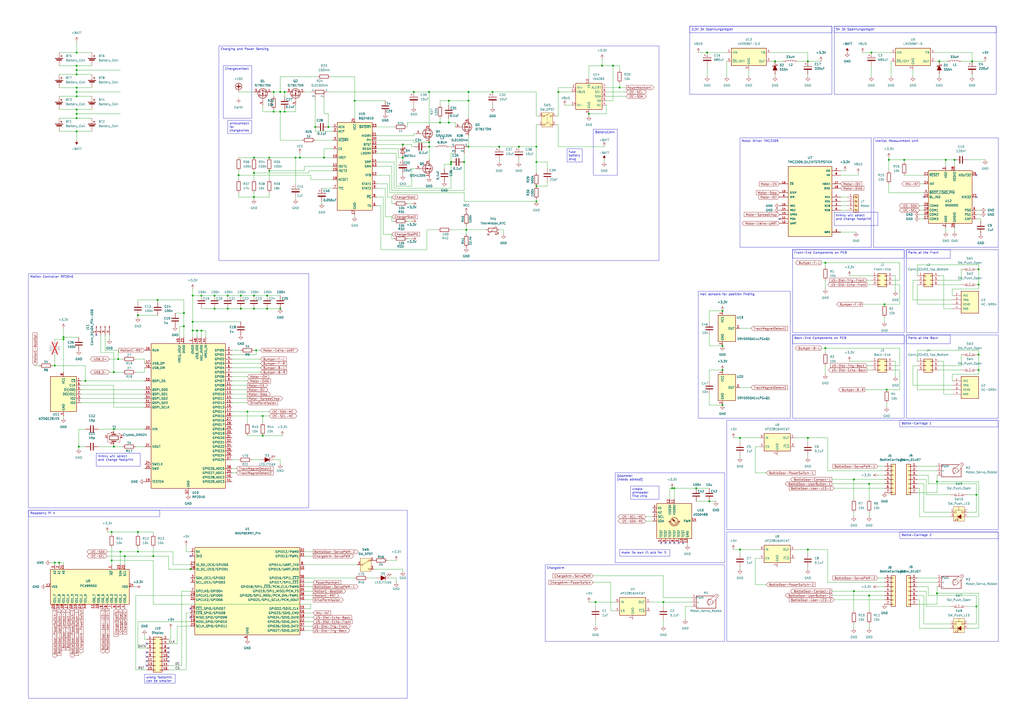
<source format=kicad_sch>
(kicad_sch
	(version 20231120)
	(generator "eeschema")
	(generator_version "8.0")
	(uuid "10e9ed1f-81fe-4a04-a219-cef72219a4ee")
	(paper "A2")
	
	(junction
		(at 429.26 318.77)
		(diameter 0)
		(color 0 0 0 0)
		(uuid "03268f60-248c-430f-9a48-def6cb6c976e")
	)
	(junction
		(at 148.59 203.2)
		(diameter 0)
		(color 0 0 0 0)
		(uuid "04234bed-4ba9-40ef-ac16-7d8ec800186b")
	)
	(junction
		(at 410.21 30.48)
		(diameter 0)
		(color 0 0 0 0)
		(uuid "06870aa4-4c9b-477d-9f05-4ca4de8f6a4d")
	)
	(junction
		(at 147.32 91.44)
		(diameter 0)
		(color 0 0 0 0)
		(uuid "078e93f4-ef9b-4a26-8fc8-7cb6440c9d83")
	)
	(junction
		(at 44.45 50.8)
		(diameter 0)
		(color 0 0 0 0)
		(uuid "083aae67-81c3-4ec2-bf4a-336ec22f72e9")
	)
	(junction
		(at 567.69 156.21)
		(diameter 0)
		(color 0 0 0 0)
		(uuid "0a9bdb1e-9b3a-41f4-835f-eeec191ae320")
	)
	(junction
		(at 205.74 58.42)
		(diameter 0)
		(color 0 0 0 0)
		(uuid "0fa84823-55a1-466b-9cc3-bd54f6acb385")
	)
	(junction
		(at 514.35 226.06)
		(diameter 0)
		(color 0 0 0 0)
		(uuid "1164d9f6-d69f-4765-bfe4-5ec41bb5ffc7")
	)
	(junction
		(at 270.51 133.35)
		(diameter 0)
		(color 0 0 0 0)
		(uuid "1591bc0a-595e-4743-a95b-031ef01c08e6")
	)
	(junction
		(at 248.92 53.34)
		(diameter 0)
		(color 0 0 0 0)
		(uuid "1679ec30-b595-4bc8-847c-00c67a55e84a")
	)
	(junction
		(at 411.48 290.83)
		(diameter 0)
		(color 0 0 0 0)
		(uuid "1b8fa2c7-fa8e-4998-809b-20561d475fbb")
	)
	(junction
		(at 389.89 283.21)
		(diameter 0)
		(color 0 0 0 0)
		(uuid "1d2d508c-e08b-4225-b0ac-1b0f49c14c3f")
	)
	(junction
		(at 36.83 195.58)
		(diameter 0)
		(color 0 0 0 0)
		(uuid "21be0d6d-08dd-4c6b-8dde-b3409b7daccd")
	)
	(junction
		(at 91.44 173.99)
		(diameter 0)
		(color 0 0 0 0)
		(uuid "22a4d2dd-f848-4193-8541-955420f6e17d")
	)
	(junction
		(at 44.45 68.58)
		(diameter 0)
		(color 0 0 0 0)
		(uuid "2421b6f1-9351-4b09-9d81-3293799c07ca")
	)
	(junction
		(at 543.56 279.4)
		(diameter 0)
		(color 0 0 0 0)
		(uuid "25fc08dd-dbcb-4986-8d99-a9d615e74609")
	)
	(junction
		(at 44.45 30.48)
		(diameter 0)
		(color 0 0 0 0)
		(uuid "265fbd34-c236-4afc-b472-ab5f7b1865f2")
	)
	(junction
		(at 64.77 325.12)
		(diameter 0)
		(color 0 0 0 0)
		(uuid "277e0764-7927-4216-849d-6bc3b8e09a44")
	)
	(junction
		(at 139.7 179.07)
		(diameter 0)
		(color 0 0 0 0)
		(uuid "29426718-41a1-4fab-a69c-de55200420f5")
	)
	(junction
		(at 44.45 43.18)
		(diameter 0)
		(color 0 0 0 0)
		(uuid "29b5096b-a417-4d8d-8959-38c8fd1009d5")
	)
	(junction
		(at 173.99 91.44)
		(diameter 0)
		(color 0 0 0 0)
		(uuid "2b369410-99bd-4582-9d81-3d76128a213a")
	)
	(junction
		(at 80.01 182.88)
		(diameter 0)
		(color 0 0 0 0)
		(uuid "2d0abeda-aac0-4388-a19d-3bc6f581aa05")
	)
	(junction
		(at 44.45 76.2)
		(diameter 0)
		(color 0 0 0 0)
		(uuid "2d1447b9-e1f8-416e-9e68-2f3a93be7887")
	)
	(junction
		(at 116.84 191.77)
		(diameter 0)
		(color 0 0 0 0)
		(uuid "2e7fad9a-09d7-4161-afc3-42855f89e07f")
	)
	(junction
		(at 187.96 91.44)
		(diameter 0)
		(color 0 0 0 0)
		(uuid "2fb5237e-5a20-44ce-8f36-963c438a2351")
	)
	(junction
		(at 147.32 179.07)
		(diameter 0)
		(color 0 0 0 0)
		(uuid "2fdf82e2-3891-4bd7-be3f-e7514a4bef5c")
	)
	(junction
		(at 311.15 85.09)
		(diameter 0)
		(color 0 0 0 0)
		(uuid "311f4d38-041f-4193-974d-1c83fbb67e88")
	)
	(junction
		(at 248.92 85.09)
		(diameter 0)
		(color 0 0 0 0)
		(uuid "35ac3a86-2b3b-4a03-adb1-0a5eb95a4bba")
	)
	(junction
		(at 124.46 179.07)
		(diameter 0)
		(color 0 0 0 0)
		(uuid "39a70374-4daf-4db7-bf38-bf4c46ca5dc6")
	)
	(junction
		(at 124.46 171.45)
		(diameter 0)
		(color 0 0 0 0)
		(uuid "3c018187-1d9c-4d03-8c02-29d04cab6f36")
	)
	(junction
		(at 88.9 322.58)
		(diameter 0)
		(color 0 0 0 0)
		(uuid "3ee83e4e-3370-4ed8-bcc6-114de62898d7")
	)
	(junction
		(at 349.25 38.1)
		(diameter 0)
		(color 0 0 0 0)
		(uuid "3eea0a00-3e9a-4c07-bf8c-cd1e7c4edf62")
	)
	(junction
		(at 147.32 100.33)
		(diameter 0)
		(color 0 0 0 0)
		(uuid "41cacee7-f5a4-4feb-90d3-5b89c79d1be2")
	)
	(junction
		(at 147.32 171.45)
		(diameter 0)
		(color 0 0 0 0)
		(uuid "451af065-1b1a-4969-88c6-18b12c3eaf4b")
	)
	(junction
		(at 513.08 176.53)
		(diameter 0)
		(color 0 0 0 0)
		(uuid "46e71d5b-0486-4156-82c5-6cd1b8ff00c5")
	)
	(junction
		(at 116.84 171.45)
		(diameter 0)
		(color 0 0 0 0)
		(uuid "470f61d3-5f15-44b3-9be8-d7ad98c6cb59")
	)
	(junction
		(at 419.1 234.95)
		(diameter 0)
		(color 0 0 0 0)
		(uuid "48971dba-eda7-491c-8cff-cff1d10cc4ba")
	)
	(junction
		(at 355.6 38.1)
		(diameter 0)
		(color 0 0 0 0)
		(uuid "4a08adb7-ea48-4326-a6c2-0515fd040642")
	)
	(junction
		(at 311.15 107.95)
		(diameter 0)
		(color 0 0 0 0)
		(uuid "4c87b946-ba01-4b69-b1a9-9e7e6044b062")
	)
	(junction
		(at 31.75 212.09)
		(diameter 0)
		(color 0 0 0 0)
		(uuid "4f324c9b-e82a-4655-af45-70ad70b76b07")
	)
	(junction
		(at 165.1 64.77)
		(diameter 0)
		(color 0 0 0 0)
		(uuid "4f5c7b81-43d6-4512-a1ff-f2767706b81b")
	)
	(junction
		(at 80.01 308.61)
		(diameter 0)
		(color 0 0 0 0)
		(uuid "4fafc432-26d7-4c70-844e-cbe5d393e13c")
	)
	(junction
		(at 68.58 208.28)
		(diameter 0)
		(color 0 0 0 0)
		(uuid "515f183c-9db6-4e5c-a04a-45e2e5b7cfce")
	)
	(junction
		(at 260.35 71.12)
		(diameter 0)
		(color 0 0 0 0)
		(uuid "51a07f6d-fef6-4ded-b7b5-940b5c2502f1")
	)
	(junction
		(at 563.88 35.56)
		(diameter 0)
		(color 0 0 0 0)
		(uuid "55e24700-a976-46b6-9a5e-322947c19269")
	)
	(junction
		(at 261.62 95.25)
		(diameter 0)
		(color 0 0 0 0)
		(uuid "5648a747-6913-4918-8ca5-acc9f5883311")
	)
	(junction
		(at 504.19 345.44)
		(diameter 0)
		(color 0 0 0 0)
		(uuid "57161dd7-66d7-4a82-9a79-eaa5c269842f")
	)
	(junction
		(at 419.1 214.63)
		(diameter 0)
		(color 0 0 0 0)
		(uuid "58941ba0-49a2-4b85-9a74-91b8353490af")
	)
	(junction
		(at 248.92 82.55)
		(diameter 0)
		(color 0 0 0 0)
		(uuid "594a1fa7-7f41-4e93-aa45-4e1c30e0c436")
	)
	(junction
		(at 567.69 214.63)
		(diameter 0)
		(color 0 0 0 0)
		(uuid "594cf67e-7a44-4414-8f11-a3da63be89bc")
	)
	(junction
		(at 255.27 71.12)
		(diameter 0)
		(color 0 0 0 0)
		(uuid "5cb3f681-a5b8-4722-b634-c4ebdba652ce")
	)
	(junction
		(at 548.64 92.71)
		(diameter 0)
		(color 0 0 0 0)
		(uuid "5eef07a4-476c-4d20-ab85-4e2f6966be7d")
	)
	(junction
		(at 419.1 180.34)
		(diameter 0)
		(color 0 0 0 0)
		(uuid "6897ca32-27ac-491f-81b3-db9981cbe5a5")
	)
	(junction
		(at 567.69 205.74)
		(diameter 0)
		(color 0 0 0 0)
		(uuid "6a3dc16e-cbd1-4799-aa60-2efd10351d35")
	)
	(junction
		(at 261.62 93.98)
		(diameter 0)
		(color 0 0 0 0)
		(uuid "6bda25a7-d433-4177-8a8c-e3ecc441d877")
	)
	(junction
		(at 111.76 191.77)
		(diameter 0)
		(color 0 0 0 0)
		(uuid "6d65149c-99e1-48b1-afd4-3fc0a4e61402")
	)
	(junction
		(at 311.15 93.98)
		(diameter 0)
		(color 0 0 0 0)
		(uuid "6ef56cb4-6ee0-4075-bb1b-a819c1239ddb")
	)
	(junction
		(at 44.45 66.04)
		(diameter 0)
		(color 0 0 0 0)
		(uuid "6f780dc5-431b-4107-8aa6-7a7b80f485db")
	)
	(junction
		(at 80.01 320.04)
		(diameter 0)
		(color 0 0 0 0)
		(uuid "7008afad-ebe6-4b0c-994b-1ffb34cb38c0")
	)
	(junction
		(at 495.3 278.13)
		(diameter 0)
		(color 0 0 0 0)
		(uuid "75888cbd-2c9c-44cc-a124-d721d5a43a54")
	)
	(junction
		(at 66.04 259.08)
		(diameter 0)
		(color 0 0 0 0)
		(uuid "75b73604-a04b-4e5e-8f2b-d7112a354c76")
	)
	(junction
		(at 152.4 252.73)
		(diameter 0)
		(color 0 0 0 0)
		(uuid "75ef01e9-385c-4ea7-9683-cb33dac2e24c")
	)
	(junction
		(at 156.21 99.06)
		(diameter 0)
		(color 0 0 0 0)
		(uuid "7a6f0ed7-48cc-489f-9f10-fea7b8900c2e")
	)
	(junction
		(at 44.45 40.64)
		(diameter 0)
		(color 0 0 0 0)
		(uuid "7b5e014f-6d02-49ab-956c-429ce09c3d2b")
	)
	(junction
		(at 566.42 351.79)
		(diameter 0)
		(color 0 0 0 0)
		(uuid "7cb410a2-cd21-4a99-a0fc-9cfba2c05cfa")
	)
	(junction
		(at 154.94 171.45)
		(diameter 0)
		(color 0 0 0 0)
		(uuid "7dc31fcc-7a3f-43f9-9177-cd22c32ac711")
	)
	(junction
		(at 543.56 344.17)
		(diameter 0)
		(color 0 0 0 0)
		(uuid "80f79bba-cc7f-4b8e-9517-8f247a51f6a4")
	)
	(junction
		(at 311.15 116.84)
		(diameter 0)
		(color 0 0 0 0)
		(uuid "821cd109-e758-4a14-9a36-4eccd116b2e8")
	)
	(junction
		(at 158.75 64.77)
		(diameter 0)
		(color 0 0 0 0)
		(uuid "82b92c49-401a-4913-858f-7e3f2f46ddcf")
	)
	(junction
		(at 111.76 186.69)
		(diameter 0)
		(color 0 0 0 0)
		(uuid "84d0a7d8-7dd4-4f12-bcc9-40014992f2ac")
	)
	(junction
		(at 504.19 280.67)
		(diameter 0)
		(color 0 0 0 0)
		(uuid "8521d5a2-40ba-4a5d-a5c4-2e6ef9471c28")
	)
	(junction
		(at 240.03 53.34)
		(diameter 0)
		(color 0 0 0 0)
		(uuid "85aefa31-e41f-4715-9986-793490d285ff")
	)
	(junction
		(at 44.45 53.34)
		(diameter 0)
		(color 0 0 0 0)
		(uuid "87f4a9f5-047d-4055-84ef-ce082379ddb6")
	)
	(junction
		(at 162.56 64.77)
		(diameter 0)
		(color 0 0 0 0)
		(uuid "882212e7-c879-43a9-94f4-d1d58d5f9db1")
	)
	(junction
		(at 478.79 201.93)
		(diameter 0)
		(color 0 0 0 0)
		(uuid "88a18d9a-46e4-498d-9d39-2906a2038335")
	)
	(junction
		(at 419.1 200.66)
		(diameter 0)
		(color 0 0 0 0)
		(uuid "8949e0e3-3200-4f92-ba6a-fc8d6b9cfd36")
	)
	(junction
		(at 271.78 85.09)
		(diameter 0)
		(color 0 0 0 0)
		(uuid "8a7f6c4c-38fa-47ce-ae35-629d17876516")
	)
	(junction
		(at 111.76 171.45)
		(diameter 0)
		(color 0 0 0 0)
		(uuid "8c8781ed-ac6a-4428-9845-847cdc5f6708")
	)
	(junction
		(at 271.78 53.34)
		(diameter 0)
		(color 0 0 0 0)
		(uuid "8e4272b3-cc34-461e-ac6a-bc00f9b86312")
	)
	(junction
		(at 271.78 58.42)
		(diameter 0)
		(color 0 0 0 0)
		(uuid "8f6c5fa1-1431-4ada-bf5f-e2d89623533d")
	)
	(junction
		(at 132.08 179.07)
		(diameter 0)
		(color 0 0 0 0)
		(uuid "90d555f8-82ed-4e5b-9fde-9f2563ca9a84")
	)
	(junction
		(at 345.44 349.25)
		(diameter 0)
		(color 0 0 0 0)
		(uuid "9339e47f-85f5-408a-b36c-b27fd8430462")
	)
	(junction
		(at 190.5 73.66)
		(diameter 0)
		(color 0 0 0 0)
		(uuid "93f07516-6868-4305-aacb-0ba200e0c11d")
	)
	(junction
		(at 162.56 179.07)
		(diameter 0)
		(color 0 0 0 0)
		(uuid "9471eeb1-2a59-42c9-9805-be6e33dda6f7")
	)
	(junction
		(at 495.3 342.9)
		(diameter 0)
		(color 0 0 0 0)
		(uuid "95c38d03-b4bc-4d18-b7ec-e184e5f2b0d1")
	)
	(junction
		(at 158.75 53.34)
		(diameter 0)
		(color 0 0 0 0)
		(uuid "96aa31a1-4e10-459b-997d-dbaa4ad37b35")
	)
	(junction
		(at 515.62 92.71)
		(diameter 0)
		(color 0 0 0 0)
		(uuid "99315baa-d1fc-4dc4-bcfc-637bd899f1ef")
	)
	(junction
		(at 544.83 35.56)
		(diameter 0)
		(color 0 0 0 0)
		(uuid "99af6a2b-938f-4a05-a868-2edc7d4b2aed")
	)
	(junction
		(at 72.39 322.58)
		(diameter 0)
		(color 0 0 0 0)
		(uuid "9a382fe7-2567-41bd-b706-8a429acfe147")
	)
	(junction
		(at 154.94 179.07)
		(diameter 0)
		(color 0 0 0 0)
		(uuid "9c8a7697-ebc2-4d23-9b1c-948f5bccfdc2")
	)
	(junction
		(at 49.53 220.98)
		(diameter 0)
		(color 0 0 0 0)
		(uuid "9e9c8458-49a2-4c4a-9aa4-a77a98a09679")
	)
	(junction
		(at 391.16 283.21)
		(diameter 0)
		(color 0 0 0 0)
		(uuid "9f75e55c-6b64-43ca-a3d6-8f8cc0d4d803")
	)
	(junction
		(at 44.45 55.88)
		(diameter 0)
		(color 0 0 0 0)
		(uuid "a042a7b2-81e2-4dbc-9fc4-79a7c6613bb5")
	)
	(junction
		(at 106.68 189.23)
		(diameter 0)
		(color 0 0 0 0)
		(uuid "a0da04da-7b55-4416-b220-aaaa0dffdfe3")
	)
	(junction
		(at 143.51 238.76)
		(diameter 0)
		(color 0 0 0 0)
		(uuid "a174328b-591f-4f4e-acd9-d1960c5a1d5e")
	)
	(junction
		(at 45.72 259.08)
		(diameter 0)
		(color 0 0 0 0)
		(uuid "a3540f26-1336-4e81-a8eb-434080559b46")
	)
	(junction
		(at 110.49 330.2)
		(diameter 0)
		(color 0 0 0 0)
		(uuid "a8b3ec47-a9a9-4ba1-b749-6c31898f83b9")
	)
	(junction
		(at 114.3 191.77)
		(diameter 0)
		(color 0 0 0 0)
		(uuid "a9ae8d97-5143-4d48-8437-3701e9202cc1")
	)
	(junction
		(at 171.45 91.44)
		(diameter 0)
		(color 0 0 0 0)
		(uuid "b5f21407-4b80-434f-ba8b-2953c30b04b1")
	)
	(junction
		(at 566.42 287.02)
		(diameter 0)
		(color 0 0 0 0)
		(uuid "b783d9c8-d090-495a-83a1-e580f2c25178")
	)
	(junction
		(at 468.63 318.77)
		(diameter 0)
		(color 0 0 0 0)
		(uuid "bbc22500-7889-4288-be0d-cfd80288ac5c")
	)
	(junction
		(at 384.81 349.25)
		(diameter 0)
		(color 0 0 0 0)
		(uuid "bc4e959e-e2ad-4122-b784-10f1fe12ed65")
	)
	(junction
		(at 147.32 114.3)
		(diameter 0)
		(color 0 0 0 0)
		(uuid "c0be65a4-b948-4986-9442-3575c41d013b")
	)
	(junction
		(at 64.77 308.61)
		(diameter 0)
		(color 0 0 0 0)
		(uuid "c5a02223-bddc-4462-98b4-b63f3acdf809")
	)
	(junction
		(at 449.58 35.56)
		(diameter 0)
		(color 0 0 0 0)
		(uuid "c799042d-ae88-43cc-a271-0df941a8f484")
	)
	(junction
		(at 269.24 93.98)
		(diameter 0)
		(color 0 0 0 0)
		(uuid "c7d05e29-29a0-49a9-a586-8d5da62223fe")
	)
	(junction
		(at 553.72 92.71)
		(diameter 0)
		(color 0 0 0 0)
		(uuid "c85e723b-7570-4cf5-84ad-b61532129048")
	)
	(junction
		(at 289.56 85.09)
		(diameter 0)
		(color 0 0 0 0)
		(uuid "c98230bc-9741-4d2b-b0c6-8db53ea0f657")
	)
	(junction
		(at 69.85 320.04)
		(diameter 0)
		(color 0 0 0 0)
		(uuid "c9829d1e-e068-4d7b-979c-0567ec83b092")
	)
	(junction
		(at 156.21 91.44)
		(diameter 0)
		(color 0 0 0 0)
		(uuid "c9b95984-e325-4229-95f0-72e6effc4e99")
	)
	(junction
		(at 300.99 85.09)
		(diameter 0)
		(color 0 0 0 0)
		(uuid "cb05a25a-166f-42f3-90e5-a4460cb0206d")
	)
	(junction
		(at 66.04 248.92)
		(diameter 0)
		(color 0 0 0 0)
		(uuid "cde65cd6-c066-46d8-a2f4-f11966f8d9bc")
	)
	(junction
		(at 233.68 83.82)
		(diameter 0)
		(color 0 0 0 0)
		(uuid "ce7a012a-b7ac-4733-9453-7513c5eadd71")
	)
	(junction
		(at 36.83 196.85)
		(diameter 0)
		(color 0 0 0 0)
		(uuid "cf515f11-e932-4ebb-a615-a2f4c79f2c55")
	)
	(junction
		(at 341.63 66.04)
		(diameter 0)
		(color 0 0 0 0)
		(uuid "d11ba81a-bdac-481a-9bd9-cd8d713f0ecf")
	)
	(junction
		(at 44.45 38.1)
		(diameter 0)
		(color 0 0 0 0)
		(uuid "d460fc4e-116b-461c-9aad-963e945b1fdb")
	)
	(junction
		(at 182.88 73.66)
		(diameter 0)
		(color 0 0 0 0)
		(uuid "d7218f09-481c-4dfb-8660-d32c7d548973")
	)
	(junction
		(at 31.75 326.39)
		(diameter 0)
		(color 0 0 0 0)
		(uuid "d7cc7e0e-4b77-4814-a0d4-6785824da040")
	)
	(junction
		(at 403.86 283.21)
		(diameter 0)
		(color 0 0 0 0)
		(uuid "db7b671f-52e1-4b28-8b64-2de38bc73d4f")
	)
	(junction
		(at 152.4 241.3)
		(diameter 0)
		(color 0 0 0 0)
		(uuid "dc242737-9d3c-4090-9829-a23ee9040928")
	)
	(junction
		(at 478.79 152.4)
		(diameter 0)
		(color 0 0 0 0)
		(uuid "dc30a080-afb7-48a1-9348-3fa78b8193e0")
	)
	(junction
		(at 66.04 215.9)
		(diameter 0)
		(color 0 0 0 0)
		(uuid "decbe553-a3bd-4fc0-9f73-f7e590a6e953")
	)
	(junction
		(at 139.7 171.45)
		(diameter 0)
		(color 0 0 0 0)
		(uuid "e1775e11-9fe6-4463-8146-18d8ced08735")
	)
	(junction
		(at 106.68 181.61)
		(diameter 0)
		(color 0 0 0 0)
		(uuid "e18add9c-c3d0-41a9-8ecf-c6c33a8a8953")
	)
	(junction
		(at 162.56 53.34)
		(diameter 0)
		(color 0 0 0 0)
		(uuid "e638f2a4-5e9e-4671-badd-88fbc55318f6")
	)
	(junction
		(at 429.26 254)
		(diameter 0)
		(color 0 0 0 0)
		(uuid "e643f0fc-a1a1-4012-a5b0-69948705cd8f")
	)
	(junction
		(at 165.1 53.34)
		(diameter 0)
		(color 0 0 0 0)
		(uuid "e996c373-c3aa-4ac5-9496-1773721cfd1c")
	)
	(junction
		(at 132.08 171.45)
		(diameter 0)
		(color 0 0 0 0)
		(uuid "ebd25529-48dc-4d3c-995a-0a53a2b21d6f")
	)
	(junction
		(at 285.75 53.34)
		(diameter 0)
		(color 0 0 0 0)
		(uuid "ed079d0b-fea7-481b-852a-0b16d86be289")
	)
	(junction
		(at 359.41 50.8)
		(diameter 0)
		(color 0 0 0 0)
		(uuid "ee21e3f5-e352-4a84-93cf-62e554bde62b")
	)
	(junction
		(at 260.35 58.42)
		(diameter 0)
		(color 0 0 0 0)
		(uuid "ee485631-1076-491b-ae9c-d926dec44c36")
	)
	(junction
		(at 323.85 53.34)
		(diameter 0)
		(color 0 0 0 0)
		(uuid "eec98f71-cafb-4731-a4ef-ebdea913f8f8")
	)
	(junction
		(at 468.63 254)
		(diameter 0)
		(color 0 0 0 0)
		(uuid "efd94e32-e0ba-4970-b1bf-8fd3aa6a1536")
	)
	(junction
		(at 524.51 92.71)
		(diameter 0)
		(color 0 0 0 0)
		(uuid "f1ea72bd-ddab-4c9c-bc3e-94b9ac135f23")
	)
	(junction
		(at 34.29 326.39)
		(diameter 0)
		(color 0 0 0 0)
		(uuid "f2ce2bf7-3045-45bb-b7fc-f2ad386e880f")
	)
	(junction
		(at 138.43 101.6)
		(diameter 0)
		(color 0 0 0 0)
		(uuid "f7c9a31e-a985-4a15-ba63-951e53625b76")
	)
	(junction
		(at 233.68 91.44)
		(diameter 0)
		(color 0 0 0 0)
		(uuid "f7fb99b1-7b2a-472f-90af-0ba450949010")
	)
	(junction
		(at 567.69 165.1)
		(diameter 0)
		(color 0 0 0 0)
		(uuid "f809335f-7b79-4149-8b15-3c5482826fa5")
	)
	(junction
		(at 505.46 30.48)
		(diameter 0)
		(color 0 0 0 0)
		(uuid "f91e5096-4f67-48ae-a66f-f4215968b35a")
	)
	(junction
		(at 44.45 63.5)
		(diameter 0)
		(color 0 0 0 0)
		(uuid "fe282bc1-f285-4dcb-aaf1-eb1ddb5ceb2f")
	)
	(junction
		(at 468.63 35.56)
		(diameter 0)
		(color 0 0 0 0)
		(uuid "fedb9ee5-9f24-4d12-a2db-5fd24ffa6199")
	)
	(no_connect
		(at 97.79 381)
		(uuid "021001d3-54bb-43af-96f6-b26e9c659e18")
	)
	(no_connect
		(at 452.12 127)
		(uuid "0260e9ab-8e3e-4bc2-9dbe-5591cc0b01ef")
	)
	(no_connect
		(at 393.7 314.96)
		(uuid "0aa3e324-e029-4e75-a35d-32bbcc9a147b")
	)
	(no_connect
		(at 535.94 114.3)
		(uuid "0dbbdef1-cd64-4ae0-a69d-69f0c468be48")
	)
	(no_connect
		(at 85.09 378.46)
		(uuid "26a83691-8bca-4558-b04c-8dc3d911c369")
	)
	(no_connect
		(at 566.42 101.6)
		(uuid "384be073-ba93-4b1b-904d-552e784c8b00")
	)
	(no_connect
		(at 110.49 322.58)
		(uuid "47a92e0d-52a0-4f2c-8d09-ee9bd39c40b1")
	)
	(no_connect
		(at 97.79 375.92)
		(uuid "4b40c3af-bf17-4bab-9bb5-2510a50a4ec9")
	)
	(no_connect
		(at 396.24 314.96)
		(uuid "5a46784a-dd16-4e27-8b4d-1d363770a20f")
	)
	(no_connect
		(at 97.79 378.46)
		(uuid "6257e041-cd99-4a49-8a76-f3ff86946193")
	)
	(no_connect
		(at 391.16 314.96)
		(uuid "76f314ef-0d7b-44b6-aab5-f5f230adbd7e")
	)
	(no_connect
		(at 85.09 373.38)
		(uuid "7bd2e65b-56d9-420c-a018-2a5d5a02554e")
	)
	(no_connect
		(at 110.49 358.14)
		(uuid "9a125ab6-104d-4f14-b891-62a62e1dabbe")
	)
	(no_connect
		(at 85.09 381)
		(uuid "9b2289bf-8143-4131-9381-e619526b00f4")
	)
	(no_connect
		(at 386.08 314.96)
		(uuid "a9eb4a0c-15fe-49cf-b559-eed295bbc624")
	)
	(no_connect
		(at 85.09 383.54)
		(uuid "bfb6b1e8-8245-4b92-add5-709ad45e5f85")
	)
	(no_connect
		(at 55.88 194.31)
		(uuid "c2ad0957-19e7-43e7-a01b-6131327d59c9")
	)
	(no_connect
		(at 388.62 314.96)
		(uuid "c3df7663-15a5-4e50-b4fd-21a303b85af3")
	)
	(no_connect
		(at 383.54 314.96)
		(uuid "c7b5a869-6317-49bc-8d06-4f3c522bd3e5")
	)
	(no_connect
		(at 566.42 114.3)
		(uuid "dbf644f0-5284-44a5-8de9-ca76d961beec")
	)
	(no_connect
		(at 110.49 353.06)
		(uuid "e345bbe3-e995-4b6e-ae48-7e9601f776ae")
	)
	(no_connect
		(at 85.09 386.08)
		(uuid "e587497b-cd6b-4b10-b992-efd6ef61afce")
	)
	(no_connect
		(at 97.79 383.54)
		(uuid "fb97d1e7-9674-45c1-9941-25e8c7381056")
	)
	(wire
		(pts
			(xy 66.04 259.08) (xy 66.04 257.81)
		)
		(stroke
			(width 0)
			(type default)
		)
		(uuid "001dffd7-7641-4fd9-a9d3-c65c327bb6e0")
	)
	(wire
		(pts
			(xy 567.69 203.2) (xy 532.13 203.2)
		)
		(stroke
			(width 0)
			(type default)
		)
		(uuid "010455f5-cb6a-4251-87f5-60e736b25ecb")
	)
	(wire
		(pts
			(xy 248.92 85.09) (xy 252.73 85.09)
		)
		(stroke
			(width 0)
			(type default)
		)
		(uuid "01544584-5bf4-4092-b24e-068aaa0fc62f")
	)
	(wire
		(pts
			(xy 62.23 320.04) (xy 69.85 320.04)
		)
		(stroke
			(width 0)
			(type default)
		)
		(uuid "020e7bd2-975d-483f-8535-d66b8332c03a")
	)
	(wire
		(pts
			(xy 181.61 322.58) (xy 176.53 322.58)
		)
		(stroke
			(width 0)
			(type default)
		)
		(uuid "021dd310-9842-412f-b9a6-439ebfee9b07")
	)
	(wire
		(pts
			(xy 60.96 203.2) (xy 60.96 194.31)
		)
		(stroke
			(width 0)
			(type default)
		)
		(uuid "024b73a8-241a-41ac-8ba5-fb036987d738")
	)
	(wire
		(pts
			(xy 521.97 214.63) (xy 518.16 214.63)
		)
		(stroke
			(width 0)
			(type default)
		)
		(uuid "02694717-9285-40e8-852d-4a4b6d6acde5")
	)
	(wire
		(pts
			(xy 500.38 176.53) (
... [487099 chars truncated]
</source>
